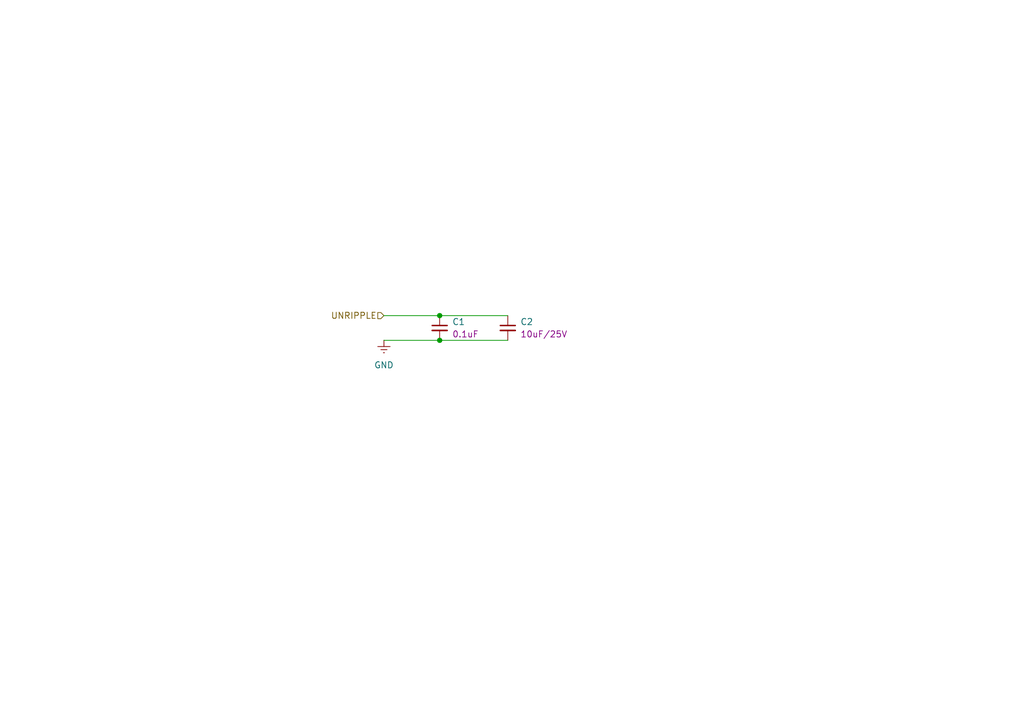
<source format=kicad_sch>
(kicad_sch (version 20250114) (generator "eeschema") (generator_version "9.0")
  (paper "A5")
  (title_block (title "master_of_muppets") (rev "0.0.0") (company "y3i12"))
  (lib_symbols
    (symbol "PCM_4ms_Capacitor:100nF_0603_16V" (pin_numbers (hide yes)) (pin_names (offset 0.254) (hide yes))
      (property "Reference" "C" (at 1.905 1.27 0))
      (property "Display" "0.1uF" (at 1.905 -1.27 0))
      (symbol "100nF_0603_16V_0_1"
        (polyline (pts (xy -1.524 0.508) (xy 1.524 0.508)) (stroke (width 0.3048)))
        (polyline (pts (xy -1.524 -0.508) (xy 1.524 -0.508)) (stroke (width 0.3302)))
      )
      (symbol "100nF_0603_16V_1_1"
        (pin passive line (at 0 2.54 270) (length 2.032) (name "~") (number "1"))
        (pin passive line (at 0 -2.54 90) (length 2.032) (name "~") (number "2"))
      )
    )
    (symbol "PCM_4ms_Capacitor:10uF_0805_25V" (pin_numbers (hide yes)) (pin_names (offset 0.254) (hide yes))
      (property "Reference" "C" (at 1.905 1.27 0))
      (property "Display" "10uF/25V" (at 1.905 -1.27 0))
      (symbol "10uF_0805_25V_0_1"
        (polyline (pts (xy -1.524 0.508) (xy 1.524 0.508)) (stroke (width 0.3048)))
        (polyline (pts (xy -1.524 -0.508) (xy 1.524 -0.508)) (stroke (width 0.3302)))
      )
      (symbol "10uF_0805_25V_1_1"
        (pin passive line (at 0 2.54 270) (length 2.032) (name "~") (number "1"))
        (pin passive line (at 0 -2.54 90) (length 2.032) (name "~") (number "2"))
      )
    )
    (symbol "power:GNDREF" (power) (pin_numbers (hide yes)) (pin_names (offset 0) (hide yes))
      (property "Value" "GNDREF" (at 0 -3.81 0))
      (symbol "GNDREF_0_1"
        (polyline (pts (xy -0.635 -1.905) (xy 0.635 -1.905)))
        (polyline (pts (xy -0.127 -2.54) (xy 0.127 -2.54)))
        (polyline (pts (xy 0 -1.27) (xy 0 0)))
        (polyline (pts (xy 1.27 -1.27) (xy -1.27 -1.27)))
      )
      (symbol "GNDREF_1_1"
        (pin power_in line (at 0 0 270) (length 0) (name "~") (number "1"))
      )
    )
  )
  (junction (at 90.17 69.85))
  (junction (at 90.17 64.77))
  (wire (pts (xy 78.74 69.85) (xy 90.17 69.85)))
  (wire (pts (xy 90.17 69.85) (xy 104.14 69.85)))
  (wire (pts (xy 78.74 64.77) (xy 90.17 64.77)))
  (wire (pts (xy 90.17 64.77) (xy 104.14 64.77)))
  (hierarchical_label "UNRIPPLE" (shape input) (at 78.74 64.77 180))
  (symbol (lib_id "PCM_4ms_Capacitor:10uF_0805_25V") (at 104.14 67.31 0) (unit 1)
    (property "Reference" "C2" (at 106.68 66.0462 0) (effects (justify left)))
    (property "Value" "10uF_0805_25V" (effects (hide yes)))
    (property "Footprint" "PCM_4ms_Capacitor:C_0805" (effects (hide yes)))
    (property "Description" "10uF, Min. 25V, X5R/X6S/X7R/X7S, 0805, MLCC" (effects (hide yes)))
    (property "Specifications" "10uF, Min. 25V, X5R/X6S/X7R/X7S, 0805, MLCC" (effects (hide yes)))
    (property "Manufacturer" "Murata" (effects (hide yes)))
    (property "Part Number" "GRM21BR61E106MA73L" (effects (hide yes)))
    (property "Display" "10uF/25V" (at 106.68 68.5862 0) (effects (justify left)))
    (property "JLCPCB ID" "C15850" (effects (hide yes)))
  )
  (symbol (lib_id "power:GNDREF") (at 78.74 69.85 0) (unit 1)
    (property "Reference" "#PWR01" (effects (hide yes)))
    (property "Value" "GND" (at 78.74 74.93 0))
    (property "Description" "Power symbol creates a global label with name \"GNDREF\" , reference supply ground" (effects (hide yes)))
  )
  (symbol (lib_id "PCM_4ms_Capacitor:100nF_0603_16V") (at 90.17 67.31 0) (unit 1)
    (property "Reference" "C1" (at 92.71 66.0462 0) (effects (justify left)))
    (property "Value" "100nF_0603_16V" (effects (hide yes)))
    (property "Footprint" "PCM_4ms_Capacitor:C_0603" (effects (hide yes)))
    (property "Description" "0.1uF, Min. 16V 10%, X7R or X5R or similar" (effects (hide yes)))
    (property "Specifications" "0.1uF, Min. 16V 10%, X7R or X5R or similar" (effects (hide yes)))
    (property "Manufacturer" "AVX Corporation" (effects (hide yes)))
    (property "Part Number" "0603YC104KAT2A" (effects (hide yes)))
    (property "Display" "0.1uF" (at 92.71 68.5862 0) (effects (justify left)))
    (property "JLCPCB ID" "C14663" (effects (hide yes)))
  )
)
</source>
